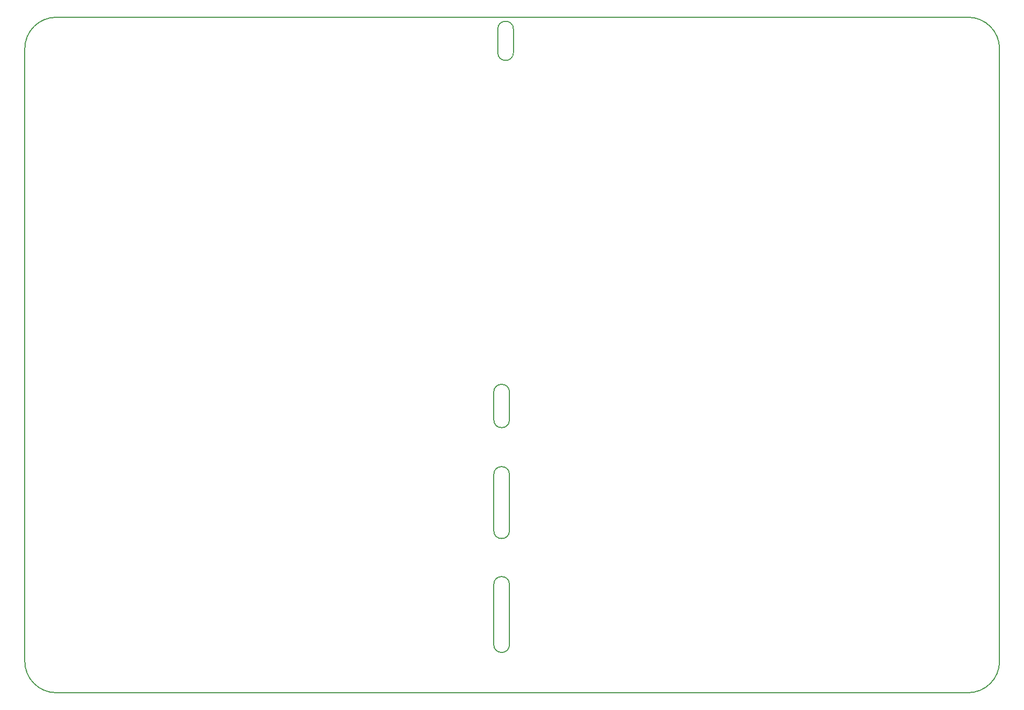
<source format=gbr>
%TF.GenerationSoftware,Altium Limited,Altium Designer,20.0.13 (296)*%
G04 Layer_Color=8388736*
%FSLAX26Y26*%
%MOIN*%
%TF.FileFunction,Other,Board*%
%TF.Part,Single*%
G01*
G75*
%TA.AperFunction,NonConductor*%
%ADD108C,0.005000*%
D108*
X3110015Y4229000D02*
G03*
X3009985Y4229000I-50015J0D01*
G01*
Y4080000D02*
G03*
X3110015Y4080000I50015J0D01*
G01*
X3085015Y1918000D02*
G03*
X2984985Y1918000I-50015J0D01*
G01*
Y1742000D02*
G03*
X3085015Y1742000I50015J0D01*
G01*
Y1394000D02*
G03*
X2984985Y1394000I-50015J0D01*
G01*
Y1036000D02*
G03*
X3085015Y1036000I50015J0D01*
G01*
Y694000D02*
G03*
X2984985Y694000I-50015J0D01*
G01*
Y311000D02*
G03*
X3085015Y311000I50015J0D01*
G01*
X201929Y4304685D02*
G03*
X1929Y4104685I0J-200000D01*
G01*
X6201929D02*
G03*
X6001929Y4304685I-200000J0D01*
G01*
Y4685D02*
G03*
X6201929Y204685I0J200000D01*
G01*
X1929D02*
G03*
X201929Y4685I200000J0D01*
G01*
X3009985Y4080000D02*
Y4229000D01*
X3110015Y4080000D02*
Y4229000D01*
X2984985Y1742000D02*
Y1918000D01*
X3085015Y1742000D02*
Y1918000D01*
X2984985Y1036000D02*
Y1394000D01*
X3085015Y1036000D02*
Y1394000D01*
X2984985Y311000D02*
Y694000D01*
X3085015Y311000D02*
Y694000D01*
X1929Y204685D02*
Y4104685D01*
X201929Y4304685D02*
X6001929D01*
X6201929Y204685D02*
Y4104685D01*
X201929Y4685D02*
X6001929D01*
%TF.MD5,5cb69e9f1d0ecfe4e7ae082ee4378295*%
M02*

</source>
